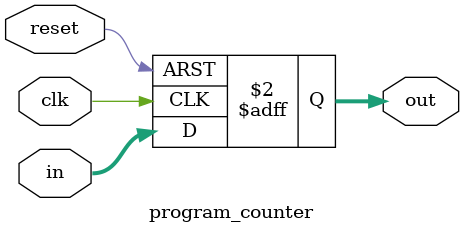
<source format=v>
`timescale 1ns / 1ps

module program_counter(
    input [31:0] in, 
    input clk, reset,
    output reg [31:0] out
    );
    
    always @ (posedge clk, posedge reset) begin 
        if (reset) begin 
            out = 32'h00000000;
        end
        else begin 
            out = in;
        end
    end 
    
endmodule

</source>
